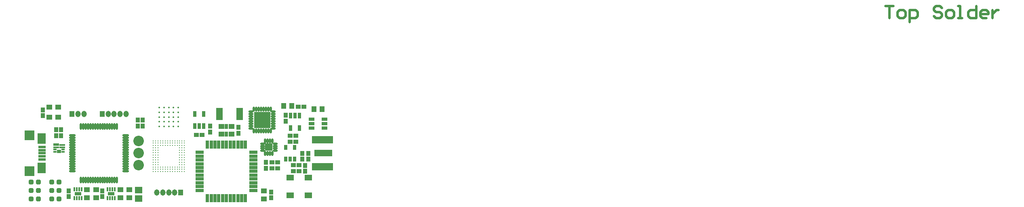
<source format=gts>
G04 Layer_Color=8388736*
%FSLAX25Y25*%
%MOIN*%
G70*
G01*
G75*
%ADD50C,0.02000*%
%ADD65C,0.01378*%
%ADD66R,0.17335X0.06115*%
%ADD67R,0.14973X0.05800*%
%ADD68C,0.00984*%
%ADD69O,0.01784X0.05524*%
%ADD70O,0.05524X0.01784*%
%ADD71R,0.03162X0.05131*%
%ADD72R,0.04737X0.03162*%
%ADD73R,0.13792X0.13792*%
%ADD74O,0.01784X0.04147*%
%ADD75O,0.04147X0.01784*%
%ADD76R,0.05524X0.01981*%
%ADD77R,0.05918X0.05918*%
%ADD78R,0.02965X0.04147*%
%ADD79R,0.04343X0.04737*%
%ADD80R,0.03950X0.03556*%
%ADD81R,0.03556X0.03950*%
%ADD82R,0.04737X0.04343*%
%ADD83R,0.06312X0.05524*%
G04:AMPARAMS|DCode=84|XSize=37.53mil|YSize=41.47mil|CornerRadius=6.22mil|HoleSize=0mil|Usage=FLASHONLY|Rotation=0.000|XOffset=0mil|YOffset=0mil|HoleType=Round|Shape=RoundedRectangle|*
%AMROUNDEDRECTD84*
21,1,0.03753,0.02904,0,0,0.0*
21,1,0.02510,0.04147,0,0,0.0*
1,1,0.01243,0.01255,-0.01452*
1,1,0.01243,-0.01255,-0.01452*
1,1,0.01243,-0.01255,0.01452*
1,1,0.01243,0.01255,0.01452*
%
%ADD84ROUNDEDRECTD84*%
%ADD85R,0.07099X0.09068*%
%ADD86R,0.08280X0.07887*%
%ADD87R,0.06115X0.02375*%
%ADD88R,0.04567X0.01811*%
%ADD89R,0.02953X0.01772*%
%ADD90R,0.04567X0.02205*%
%ADD91R,0.03511X0.02716*%
%ADD92R,0.01784X0.03359*%
%ADD93R,0.05524X0.03162*%
%ADD94R,0.03071X0.04055*%
%ADD95R,0.04646X0.04055*%
%ADD96R,0.06600X0.02800*%
%ADD97R,0.02800X0.06600*%
%ADD98R,0.06312X0.05032*%
%ADD99C,0.08674*%
%ADD100R,0.04343X0.05131*%
%ADD101O,0.04343X0.05131*%
D50*
X725945Y221784D02*
X732609D01*
X729277D01*
Y211787D01*
X737608D02*
X740940D01*
X742606Y213454D01*
Y216786D01*
X740940Y218452D01*
X737608D01*
X735942Y216786D01*
Y213454D01*
X737608Y211787D01*
X745938Y208455D02*
Y218452D01*
X750937D01*
X752603Y216786D01*
Y213454D01*
X750937Y211787D01*
X745938D01*
X772597Y220118D02*
X770930Y221784D01*
X767598D01*
X765932Y220118D01*
Y218452D01*
X767598Y216786D01*
X770930D01*
X772597Y215120D01*
Y213454D01*
X770930Y211787D01*
X767598D01*
X765932Y213454D01*
X777595Y211787D02*
X780927D01*
X782593Y213454D01*
Y216786D01*
X780927Y218452D01*
X777595D01*
X775929Y216786D01*
Y213454D01*
X777595Y211787D01*
X785925D02*
X789258D01*
X787592D01*
Y221784D01*
X785925D01*
X800921D02*
Y211787D01*
X795922D01*
X794256Y213454D01*
Y216786D01*
X795922Y218452D01*
X800921D01*
X809251Y211787D02*
X805919D01*
X804253Y213454D01*
Y216786D01*
X805919Y218452D01*
X809251D01*
X810917Y216786D01*
Y215120D01*
X804253D01*
X814250Y218452D02*
Y211787D01*
Y215120D01*
X815916Y216786D01*
X817582Y218452D01*
X819248D01*
D65*
X142811Y137811D02*
D03*
X142811Y133874D02*
D03*
Y129937D02*
D03*
X142811Y126000D02*
D03*
Y122063D02*
D03*
X138874Y137811D02*
D03*
Y133874D02*
D03*
Y129937D02*
D03*
Y126000D02*
D03*
Y122063D02*
D03*
X134937Y137811D02*
D03*
X134937Y133874D02*
D03*
Y129937D02*
D03*
X134937Y126000D02*
D03*
Y122063D02*
D03*
X131000Y137811D02*
D03*
Y133874D02*
D03*
Y129937D02*
D03*
Y126000D02*
D03*
Y122063D02*
D03*
X127063Y137811D02*
D03*
Y133874D02*
D03*
Y129937D02*
D03*
X127063Y126000D02*
D03*
X127063Y122063D02*
D03*
D66*
X261713Y111122D02*
D03*
Y88878D02*
D03*
D67*
X262500Y100000D02*
D03*
D68*
X122205Y84705D02*
D03*
Y86673D02*
D03*
Y88642D02*
D03*
Y90610D02*
D03*
Y92579D02*
D03*
Y94547D02*
D03*
Y96516D02*
D03*
Y98484D02*
D03*
Y100453D02*
D03*
Y102421D02*
D03*
Y104390D02*
D03*
X122205Y106358D02*
D03*
X122205Y108327D02*
D03*
Y110295D02*
D03*
X124173Y84705D02*
D03*
Y86673D02*
D03*
Y88642D02*
D03*
Y90610D02*
D03*
Y92579D02*
D03*
Y94547D02*
D03*
Y96516D02*
D03*
Y98484D02*
D03*
Y100453D02*
D03*
Y102421D02*
D03*
Y104390D02*
D03*
Y106358D02*
D03*
Y108327D02*
D03*
Y110295D02*
D03*
X126142Y84705D02*
D03*
Y86673D02*
D03*
Y88642D02*
D03*
Y90610D02*
D03*
Y92579D02*
D03*
Y94547D02*
D03*
Y96516D02*
D03*
Y98484D02*
D03*
Y100453D02*
D03*
Y102421D02*
D03*
Y104390D02*
D03*
Y106358D02*
D03*
Y108327D02*
D03*
Y110295D02*
D03*
X128110Y84705D02*
D03*
Y86673D02*
D03*
Y88642D02*
D03*
Y106358D02*
D03*
Y108327D02*
D03*
Y110295D02*
D03*
X130079Y84705D02*
D03*
Y86673D02*
D03*
X130079Y88642D02*
D03*
Y106358D02*
D03*
Y108327D02*
D03*
Y110295D02*
D03*
X132047Y84705D02*
D03*
Y86673D02*
D03*
Y88642D02*
D03*
Y106358D02*
D03*
Y108327D02*
D03*
Y110295D02*
D03*
X134016Y84705D02*
D03*
Y86673D02*
D03*
Y88642D02*
D03*
Y106358D02*
D03*
Y108327D02*
D03*
Y110295D02*
D03*
X135984Y84705D02*
D03*
Y86673D02*
D03*
Y88642D02*
D03*
Y106358D02*
D03*
Y108327D02*
D03*
Y110295D02*
D03*
X137953Y84705D02*
D03*
Y86673D02*
D03*
Y88642D02*
D03*
Y106358D02*
D03*
Y108327D02*
D03*
Y110295D02*
D03*
X139921Y84705D02*
D03*
Y86673D02*
D03*
X139921Y88642D02*
D03*
Y106358D02*
D03*
Y108327D02*
D03*
Y110295D02*
D03*
X141890Y84705D02*
D03*
Y86673D02*
D03*
X141890Y88642D02*
D03*
Y106358D02*
D03*
Y108327D02*
D03*
Y110295D02*
D03*
X143858Y84705D02*
D03*
X143858Y86673D02*
D03*
X143858Y88642D02*
D03*
Y90610D02*
D03*
Y92579D02*
D03*
Y94547D02*
D03*
Y96516D02*
D03*
X143858Y98484D02*
D03*
Y100453D02*
D03*
X143858Y102421D02*
D03*
Y104390D02*
D03*
Y106358D02*
D03*
Y108327D02*
D03*
Y110295D02*
D03*
X145827Y84705D02*
D03*
Y86673D02*
D03*
Y88642D02*
D03*
Y90610D02*
D03*
Y92579D02*
D03*
Y94547D02*
D03*
Y96516D02*
D03*
Y98484D02*
D03*
Y100453D02*
D03*
Y102421D02*
D03*
Y104390D02*
D03*
Y106358D02*
D03*
Y108327D02*
D03*
Y110295D02*
D03*
X147795Y84705D02*
D03*
Y86673D02*
D03*
Y88642D02*
D03*
Y90610D02*
D03*
Y92579D02*
D03*
Y94547D02*
D03*
Y96516D02*
D03*
Y98484D02*
D03*
Y100453D02*
D03*
Y102421D02*
D03*
Y104390D02*
D03*
Y106358D02*
D03*
Y108327D02*
D03*
Y110295D02*
D03*
D69*
X92044Y77953D02*
D03*
X90075D02*
D03*
X88107D02*
D03*
X86138D02*
D03*
X84170D02*
D03*
X82201D02*
D03*
X80233D02*
D03*
X78264D02*
D03*
X76296D02*
D03*
X74327D02*
D03*
X72359D02*
D03*
X70390D02*
D03*
X68422D02*
D03*
X66453D02*
D03*
X64485D02*
D03*
X62516D02*
D03*
Y122047D02*
D03*
X64485D02*
D03*
X66453D02*
D03*
X68422D02*
D03*
X70390D02*
D03*
X72359D02*
D03*
X74327D02*
D03*
X76296D02*
D03*
X78264D02*
D03*
X80233D02*
D03*
X82201D02*
D03*
X84170D02*
D03*
X86138D02*
D03*
X88107D02*
D03*
X90075D02*
D03*
X92044D02*
D03*
D70*
X55233Y85236D02*
D03*
Y87205D02*
D03*
Y89173D02*
D03*
Y91142D02*
D03*
Y93110D02*
D03*
Y95079D02*
D03*
Y97047D02*
D03*
Y99016D02*
D03*
Y100984D02*
D03*
Y102953D02*
D03*
Y104921D02*
D03*
Y106890D02*
D03*
Y108858D02*
D03*
Y110827D02*
D03*
Y112795D02*
D03*
Y114764D02*
D03*
X99327D02*
D03*
Y112795D02*
D03*
Y110827D02*
D03*
Y108858D02*
D03*
Y106890D02*
D03*
Y104921D02*
D03*
Y102953D02*
D03*
Y100984D02*
D03*
Y99016D02*
D03*
Y97047D02*
D03*
Y95079D02*
D03*
Y93110D02*
D03*
Y91142D02*
D03*
Y89173D02*
D03*
Y87205D02*
D03*
Y85236D02*
D03*
D71*
X156260Y132618D02*
D03*
X163740D02*
D03*
Y122382D02*
D03*
X160000D02*
D03*
X156260D02*
D03*
X242740Y120882D02*
D03*
X235260D02*
D03*
Y131118D02*
D03*
X239000D02*
D03*
X242740D02*
D03*
D72*
X263413Y128240D02*
D03*
Y124500D02*
D03*
Y120760D02*
D03*
X252587D02*
D03*
Y124500D02*
D03*
Y128240D02*
D03*
D73*
X212000Y127500D02*
D03*
D74*
X218890Y118347D02*
D03*
X216921D02*
D03*
X214953D02*
D03*
X212984D02*
D03*
X211016D02*
D03*
X209047D02*
D03*
X207079D02*
D03*
X205110D02*
D03*
Y136653D02*
D03*
X207079D02*
D03*
X209047D02*
D03*
X211016D02*
D03*
X212984D02*
D03*
X214953D02*
D03*
X216921D02*
D03*
X218890D02*
D03*
X214547Y99783D02*
D03*
X216516D02*
D03*
X218484D02*
D03*
X220453D02*
D03*
X220453Y110216D02*
D03*
X218484D02*
D03*
X216516D02*
D03*
X214547D02*
D03*
D75*
X202847Y120610D02*
D03*
Y122579D02*
D03*
X202847Y124547D02*
D03*
Y126516D02*
D03*
X202847Y128484D02*
D03*
Y130453D02*
D03*
X202847Y132421D02*
D03*
X202847Y134390D02*
D03*
X221153Y134390D02*
D03*
Y132421D02*
D03*
Y130453D02*
D03*
Y128484D02*
D03*
Y126516D02*
D03*
Y124547D02*
D03*
Y122579D02*
D03*
Y120610D02*
D03*
X222716Y102047D02*
D03*
Y104016D02*
D03*
X222716Y105984D02*
D03*
Y107953D02*
D03*
X212283D02*
D03*
Y105984D02*
D03*
Y104016D02*
D03*
Y102047D02*
D03*
D76*
X176732Y136437D02*
D03*
Y134468D02*
D03*
Y132500D02*
D03*
Y130532D02*
D03*
Y128563D02*
D03*
X193268Y136437D02*
D03*
Y134468D02*
D03*
X193268Y132500D02*
D03*
Y130532D02*
D03*
X193268Y128563D02*
D03*
D77*
X217500Y105000D02*
D03*
D78*
X231260Y104823D02*
D03*
X238740D02*
D03*
Y95177D02*
D03*
X235000Y95177D02*
D03*
X231260Y95177D02*
D03*
D79*
X261347Y136500D02*
D03*
X254654D02*
D03*
X236347Y139000D02*
D03*
X229654D02*
D03*
D80*
X157638Y115000D02*
D03*
X162362D02*
D03*
X241638Y138500D02*
D03*
X246362D02*
D03*
X239724Y114500D02*
D03*
X235000D02*
D03*
X224862Y92500D02*
D03*
X220138Y92500D02*
D03*
X235138Y109500D02*
D03*
X239862D02*
D03*
X220138Y87500D02*
D03*
X224862Y87500D02*
D03*
X237638Y90000D02*
D03*
X242362Y90000D02*
D03*
X237638Y85000D02*
D03*
X242362D02*
D03*
D81*
X169000Y122362D02*
D03*
Y117638D02*
D03*
X52500Y68862D02*
D03*
Y64138D02*
D03*
X80000Y68724D02*
D03*
Y64000D02*
D03*
X31000Y135862D02*
D03*
Y131138D02*
D03*
X109500Y122638D02*
D03*
Y127362D02*
D03*
X113500Y122638D02*
D03*
Y127362D02*
D03*
X46000Y114638D02*
D03*
Y119362D02*
D03*
X42000Y114638D02*
D03*
Y119362D02*
D03*
X231500Y126638D02*
D03*
Y131362D02*
D03*
X215000Y92362D02*
D03*
Y87638D02*
D03*
X192500Y116638D02*
D03*
Y121362D02*
D03*
X219500Y67862D02*
D03*
X219500Y63138D02*
D03*
X247500Y85138D02*
D03*
Y89862D02*
D03*
X250000Y95138D02*
D03*
Y99862D02*
D03*
X245000Y95138D02*
D03*
Y99862D02*
D03*
D82*
X67500Y63153D02*
D03*
Y69846D02*
D03*
X95000Y63153D02*
D03*
Y69846D02*
D03*
X75000Y63153D02*
D03*
Y69846D02*
D03*
X102500Y63153D02*
D03*
Y69846D02*
D03*
X43740Y129866D02*
D03*
X36260D02*
D03*
Y138134D02*
D03*
X43740D02*
D03*
X213500Y68846D02*
D03*
Y62154D02*
D03*
D83*
X110000Y62457D02*
D03*
Y69543D02*
D03*
D84*
X27453Y76000D02*
D03*
X21547D02*
D03*
X27453Y69000D02*
D03*
X21547Y69000D02*
D03*
X27453Y62000D02*
D03*
X21547D02*
D03*
X44453D02*
D03*
X38547D02*
D03*
X44453Y69000D02*
D03*
X38547D02*
D03*
X44453Y76000D02*
D03*
X38547D02*
D03*
D85*
X30008Y87795D02*
D03*
Y112205D02*
D03*
D86*
X19969Y85039D02*
D03*
Y114961D02*
D03*
D87*
X30500Y97441D02*
D03*
Y102559D02*
D03*
Y100000D02*
D03*
Y94882D02*
D03*
Y105118D02*
D03*
D88*
X47059Y104984D02*
D03*
X47059Y106953D02*
D03*
X41941Y104984D02*
D03*
D89*
X41154Y103016D02*
D03*
X41154Y101047D02*
D03*
X47846D02*
D03*
X47846Y103016D02*
D03*
D90*
X41941Y107150D02*
D03*
D91*
X44500Y101520D02*
D03*
D92*
X62953Y70102D02*
D03*
X60984D02*
D03*
X59016D02*
D03*
X57047D02*
D03*
X62953Y62898D02*
D03*
X60984D02*
D03*
X59016D02*
D03*
X57047D02*
D03*
X90453Y70102D02*
D03*
X88484D02*
D03*
X86516D02*
D03*
X84547D02*
D03*
X90453Y62898D02*
D03*
X88484D02*
D03*
X86516D02*
D03*
X84547D02*
D03*
D93*
X60000Y66500D02*
D03*
X87500D02*
D03*
D94*
X182500Y122150D02*
D03*
Y115850D02*
D03*
D95*
X178366Y122150D02*
D03*
X186634D02*
D03*
Y115850D02*
D03*
X178366D02*
D03*
D96*
X204600Y100700D02*
D03*
Y97600D02*
D03*
Y94400D02*
D03*
Y91300D02*
D03*
Y88100D02*
D03*
Y85000D02*
D03*
Y81900D02*
D03*
Y78700D02*
D03*
Y75600D02*
D03*
Y72400D02*
D03*
Y69300D02*
D03*
X160400D02*
D03*
Y72400D02*
D03*
Y75600D02*
D03*
Y78700D02*
D03*
Y81900D02*
D03*
Y85000D02*
D03*
Y88100D02*
D03*
Y91300D02*
D03*
Y94400D02*
D03*
Y97600D02*
D03*
Y100700D02*
D03*
D97*
X198200Y62900D02*
D03*
X195100D02*
D03*
X191900D02*
D03*
X188800D02*
D03*
X185600D02*
D03*
X182500D02*
D03*
X179400D02*
D03*
X176200D02*
D03*
X173100D02*
D03*
X169900D02*
D03*
X166800D02*
D03*
Y107100D02*
D03*
X169900D02*
D03*
X173100D02*
D03*
X176200D02*
D03*
X179400D02*
D03*
X182500D02*
D03*
X185600D02*
D03*
X188800D02*
D03*
X191900D02*
D03*
X195100D02*
D03*
X198200D02*
D03*
D98*
X250000Y65266D02*
D03*
Y79734D02*
D03*
X235000Y65266D02*
D03*
Y79734D02*
D03*
D99*
X110000Y100000D02*
D03*
Y90000D02*
D03*
Y110000D02*
D03*
D100*
X55158Y132500D02*
D03*
X80000D02*
D03*
X144803Y67500D02*
D03*
D101*
X60079Y132500D02*
D03*
X65000D02*
D03*
X89842D02*
D03*
X94764D02*
D03*
X84921D02*
D03*
X99685D02*
D03*
X134961Y67500D02*
D03*
X130039D02*
D03*
X139882D02*
D03*
X125118D02*
D03*
M02*

</source>
